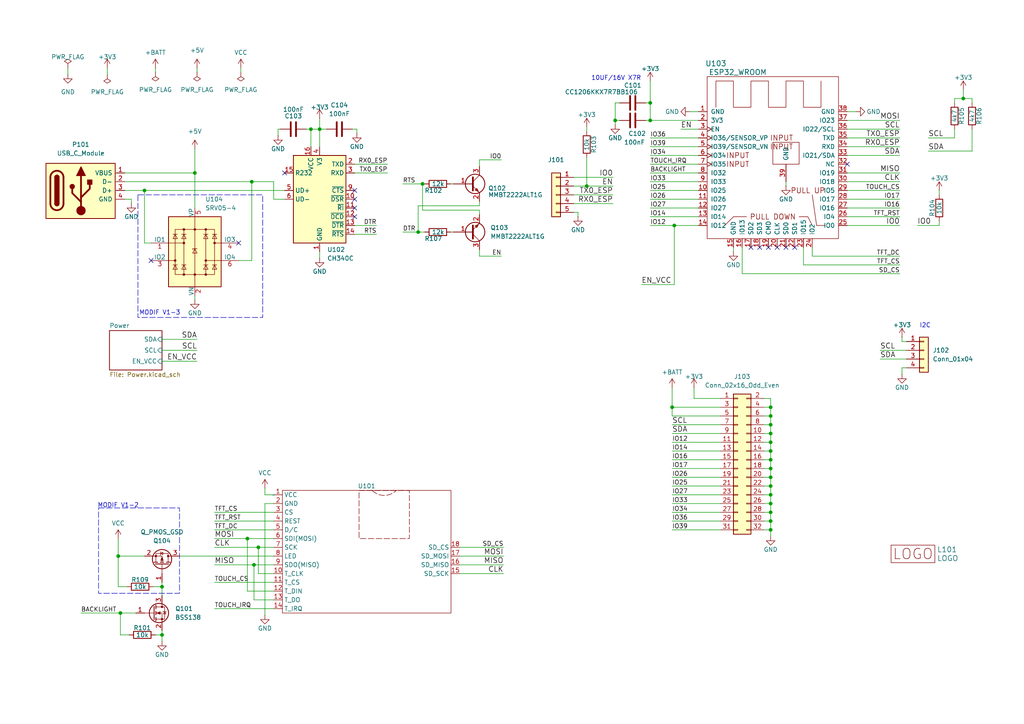
<source format=kicad_sch>
(kicad_sch (version 20231120) (generator "eeschema") (generator_version "8.0")
  (paper "A4")
  (title_block (title "TFT 2.8\" ESP32") (date "2025-01-08") (rev "V1-3") (company "Electronqiue Création") (comment 1 "modification broche LED du TFT"))
  (lib_symbols
    (symbol "Connector_Generic:Conn_01x04" (pin_names (offset 1.016) hide)
      (property "Reference" "J" (at 0 5.08 0))
      (property "Value" "Conn_01x04" (at 0 -7.62 0))
      (symbol "Conn_01x04_1_1"
        (pin passive line (at -5.08 2.54 0) (length 3.81) (name "Pin_1") (number "1"))
        (pin passive line (at -5.08 0 0) (length 3.81) (name "Pin_2") (number "2"))
        (pin passive line (at -5.08 -2.54 0) (length 3.81) (name "Pin_3") (number "3"))
        (pin passive line (at -5.08 -5.08 0) (length 3.81) (name "Pin_4") (number "4"))
      )
    )
    (symbol "Connector_Generic:Conn_01x05" (pin_names (offset 1.016) hide)
      (property "Reference" "J" (at 0 7.62 0))
      (property "Value" "Conn_01x05" (at 0 -7.62 0))
      (symbol "Conn_01x05_1_1"
        (pin passive line (at -5.08 5.08 0) (length 3.81) (name "Pin_1") (number "1"))
        (pin passive line (at -5.08 2.54 0) (length 3.81) (name "Pin_2") (number "2"))
        (pin passive line (at -5.08 0 0) (length 3.81) (name "Pin_3") (number "3"))
        (pin passive line (at -5.08 -2.54 0) (length 3.81) (name "Pin_4") (number "4"))
        (pin passive line (at -5.08 -5.08 0) (length 3.81) (name "Pin_5") (number "5"))
      )
    )
    (symbol "Connector_Generic:Conn_02x16_Odd_Even" (pin_names (offset 1.016) hide)
      (property "Reference" "J" (at 1.27 20.32 0))
      (property "Value" "Conn_02x16_Odd_Even" (at 1.27 -22.86 0))
      (symbol "Conn_02x16_Odd_Even_1_1"
        (pin passive line (at -5.08 17.78 0) (length 3.81) (name "Pin_1") (number "1"))
        (pin passive line (at 7.62 7.62 180) (length 3.81) (name "Pin_10") (number "10"))
        (pin passive line (at -5.08 5.08 0) (length 3.81) (name "Pin_11") (number "11"))
        (pin passive line (at 7.62 5.08 180) (length 3.81) (name "Pin_12") (number "12"))
        (pin passive line (at -5.08 2.54 0) (length 3.81) (name "Pin_13") (number "13"))
        (pin passive line (at 7.62 2.54 180) (length 3.81) (name "Pin_14") (number "14"))
        (pin passive line (at -5.08 0 0) (length 3.81) (name "Pin_15") (number "15"))
        (pin passive line (at 7.62 0 180) (length 3.81) (name "Pin_16") (number "16"))
        (pin passive line (at -5.08 -2.54 0) (length 3.81) (name "Pin_17") (number "17"))
        (pin passive line (at 7.62 -2.54 180) (length 3.81) (name "Pin_18") (number "18"))
        (pin passive line (at -5.08 -5.08 0) (length 3.81) (name "Pin_19") (number "19"))
        (pin passive line (at 7.62 17.78 180) (length 3.81) (name "Pin_2") (number "2"))
        (pin passive line (at 7.62 -5.08 180) (length 3.81) (name "Pin_20") (number "20"))
        (pin passive line (at -5.08 -7.62 0) (length 3.81) (name "Pin_21") (number "21"))
        (pin passive line (at 7.62 -7.62 180) (length 3.81) (name "Pin_22") (number "22"))
        (pin passive line (at -5.08 -10.16 0) (length 3.81) (name "Pin_23") (number "23"))
        (pin passive line (at 7.62 -10.16 180) (length 3.81) (name "Pin_24") (number "24"))
        (pin passive line (at -5.08 -12.7 0) (length 3.81) (name "Pin_25") (number "25"))
        (pin passive line (at 7.62 -12.7 180) (length 3.81) (name "Pin_26") (number "26"))
        (pin passive line (at -5.08 -15.24 0) (length 3.81) (name "Pin_27") (number "27"))
        (pin passive line (at 7.62 -15.24 180) (length 3.81) (name "Pin_28") (number "28"))
        (pin passive line (at -5.08 -17.78 0) (length 3.81) (name "Pin_29") (number "29"))
        (pin passive line (at -5.08 15.24 0) (length 3.81) (name "Pin_3") (number "3"))
        (pin passive line (at 7.62 -17.78 180) (length 3.81) (name "Pin_30") (number "30"))
        (pin passive line (at -5.08 -20.32 0) (length 3.81) (name "Pin_31") (number "31"))
        (pin passive line (at 7.62 -20.32 180) (length 3.81) (name "Pin_32") (number "32"))
        (pin passive line (at 7.62 15.24 180) (length 3.81) (name "Pin_4") (number "4"))
        (pin passive line (at -5.08 12.7 0) (length 3.81) (name "Pin_5") (number "5"))
        (pin passive line (at 7.62 12.7 180) (length 3.81) (name "Pin_6") (number "6"))
        (pin passive line (at -5.08 10.16 0) (length 3.81) (name "Pin_7") (number "7"))
        (pin passive line (at 7.62 10.16 180) (length 3.81) (name "Pin_8") (number "8"))
        (pin passive line (at -5.08 7.62 0) (length 3.81) (name "Pin_9") (number "9"))
      )
    )
    (symbol "Device:C" (pin_numbers hide) (pin_names (offset 0.254))
      (property "Reference" "C" (at 0.635 2.54 0))
      (property "Value" "C" (at 0.635 -2.54 0))
      (symbol "C_1_1"
        (pin passive line (at 0 3.81 270) (length 2.794) (name "~") (number "1"))
        (pin passive line (at 0 -3.81 90) (length 2.794) (name "~") (number "2"))
      )
    )
    (symbol "Device:Q_NPN_BEC" (pin_names (offset 0) hide)
      (property "Reference" "Q" (at 5.08 1.27 0))
      (property "Value" "Q_NPN_BEC" (at 5.08 -1.27 0))
      (symbol "Q_NPN_BEC_1_1"
        (pin input line (at -5.08 0 0) (length 5.715) (name "B") (number "1"))
        (pin passive line (at 2.54 -5.08 90) (length 2.54) (name "E") (number "2"))
        (pin passive line (at 2.54 5.08 270) (length 2.54) (name "C") (number "3"))
      )
    )
    (symbol "Device:Q_PMOS_GSD" (pin_names (offset 0) hide)
      (property "Reference" "Q" (at 5.08 1.27 0))
      (property "Value" "Q_PMOS_GSD" (at 5.08 -1.27 0))
      (symbol "Q_PMOS_GSD_1_1"
        (pin input line (at -5.08 0 0) (length 2.54) (name "G") (number "1"))
        (pin passive line (at 2.54 -5.08 90) (length 2.54) (name "S") (number "2"))
        (pin passive line (at 2.54 5.08 270) (length 2.54) (name "D") (number "3"))
      )
    )
    (symbol "Device:R" (pin_numbers hide) (pin_names (offset 0))
      (property "Reference" "R" (at 2.032 0 90))
      (property "Value" "R" (at 0 0 90))
      (symbol "R_1_1"
        (pin passive line (at 0 3.81 270) (length 1.27) (name "~") (number "1"))
        (pin passive line (at 0 -3.81 90) (length 1.27) (name "~") (number "2"))
      )
    )
    (symbol "Interface_USB:CH340C"
      (property "Reference" "U" (at -5.08 13.97 0))
      (property "Value" "CH340C" (at 1.27 13.97 0))
      (symbol "CH340C_1_1"
        (pin power_in line (at 0 -15.24 90) (length 2.54) (name "GND") (number "1"))
        (pin input line (at 10.16 0 180) (length 2.54) (name "~{DSR}") (number "10"))
        (pin input line (at 10.16 -2.54 180) (length 2.54) (name "~{RI}") (number "11"))
        (pin input line (at 10.16 -5.08 180) (length 2.54) (name "~{DCD}") (number "12"))
        (pin output line (at 10.16 -7.62 180) (length 2.54) (name "~{DTR}") (number "13"))
        (pin output line (at 10.16 -10.16 180) (length 2.54) (name "~{RTS}") (number "14"))
        (pin input line (at -10.16 7.62 0) (length 2.54) (name "R232") (number "15"))
        (pin power_in line (at -2.54 15.24 270) (length 2.54) (name "VCC") (number "16"))
        (pin output line (at 10.16 10.16 180) (length 2.54) (name "TXD") (number "2"))
        (pin input line (at 10.16 7.62 180) (length 2.54) (name "RXD") (number "3"))
        (pin power_out line (at 0 15.24 270) (length 2.54) (name "V3") (number "4"))
        (pin bidirectional line (at -10.16 2.54 0) (length 2.54) (name "UD+") (number "5"))
        (pin bidirectional line (at -10.16 0 0) (length 2.54) (name "UD-") (number "6"))
        (pin no_connect line (at -7.62 -5.08 0) (length 2.54) hide (name "NC") (number "7"))
        (pin no_connect line (at -7.62 -7.62 0) (length 2.54) hide (name "NC") (number "8"))
        (pin input line (at 10.16 2.54 180) (length 2.54) (name "~{CTS}") (number "9"))
      )
    )
    (symbol "Luc_Kicad6:LOGO" (pin_names (offset 1.016))
      (property "Reference" "L" (at 1.27 8.89 0))
      (property "Value" "LOGO" (at 3.81 6.35 0))
      (symbol "LOGO_0_0"
        (text "LOGO" (at 6.35 2.54 0) (effects (font (size 2.9972 2.9972))))
      )
    )
    (symbol "Luc_Kicad6:USB_C_Module" (pin_names (offset 1.016))
      (property "Reference" "P" (at -10.414 9.652 0))
      (property "Value" "USB_C_Module" (at 16.002 9.652 0))
      (symbol "USB_C_Module_1_1"
        (pin passive line (at 12.7 5.08 180) (length 2.54) (name "VBUS") (number "1"))
        (pin passive line (at 12.7 2.54 180) (length 2.54) (name "D-") (number "2"))
        (pin passive line (at 12.7 0 180) (length 2.54) (name "D+") (number "3"))
        (pin passive line (at 12.7 -2.54 180) (length 2.54) (name "GND") (number "4"))
      )
    )
    (symbol "Luc_Kicad:ESP32_WROOM" (pin_names (offset 1.016))
      (property "Reference" "U" (at 5.08 13.97 0))
      (property "Value" "ESP32_WROOM" (at 11.43 11.43 0))
      (symbol "ESP32_WROOM_0_0"
        (text "INPUT" (at 11.43 -15.24 0) (effects (font (size 1.524 1.524))))
        (text "INPUT" (at 11.43 -12.7 0) (effects (font (size 1.524 1.524))))
        (text "INPUT" (at 24.13 -10.16 0) (effects (font (size 1.524 1.524))))
        (text "INPUT" (at 24.13 -7.62 0) (effects (font (size 1.524 1.524))))
        (text "PULL DOWN" (at 21.59 -30.48 0) (effects (font (size 1.524 1.524))))
        (text "PULL UP" (at 31.75 -22.86 0) (effects (font (size 1.524 1.524))))
      )
      (symbol "ESP32_WROOM_1_1"
        (pin passive line (at 0 0 0) (length 2.54) (name "GND") (number "1"))
        (pin passive line (at 0 -22.86 0) (length 2.54) (name "IO25") (number "10"))
        (pin passive line (at 0 -25.4 0) (length 2.54) (name "IO26") (number "11"))
        (pin passive line (at 0 -27.94 0) (length 2.54) (name "IO27") (number "12"))
        (pin passive line (at 0 -30.48 0) (length 2.54) (name "IO14") (number "13"))
        (pin passive line (at 0 -33.02 0) (length 2.54) (name "IO12") (number "14"))
        (pin passive line (at 10.16 -39.37 90) (length 2.54) (name "GND") (number "15"))
        (pin passive line (at 12.7 -39.37 90) (length 2.54) (name "IO13") (number "16"))
        (pin passive line (at 15.24 -39.37 90) (length 2.54) (name "SD2") (number "17"))
        (pin passive line (at 17.78 -39.37 90) (length 2.54) (name "SD3") (number "18"))
        (pin passive line (at 20.32 -39.37 90) (length 2.54) (name "CMD") (number "19"))
        (pin passive line (at 0 -2.54 0) (length 2.54) (name "3V3") (number "2"))
        (pin passive line (at 22.86 -39.37 90) (length 2.54) (name "CLK") (number "20"))
        (pin passive line (at 25.4 -39.37 90) (length 2.54) (name "SD0") (number "21"))
        (pin passive line (at 27.94 -39.37 90) (length 2.54) (name "SD1") (number "22"))
        (pin passive line (at 30.48 -39.37 90) (length 2.54) (name "IO15") (number "23"))
        (pin passive line (at 33.02 -39.37 90) (length 2.54) (name "IO2") (number "24"))
        (pin passive line (at 43.18 -33.02 180) (length 2.54) (name "IO0") (number "25"))
        (pin passive line (at 43.18 -30.48 180) (length 2.54) (name "IO4") (number "26"))
        (pin passive line (at 43.18 -27.94 180) (length 2.54) (name "IO16") (number "27"))
        (pin passive line (at 43.18 -25.4 180) (length 2.54) (name "IO17") (number "28"))
        (pin passive line (at 43.18 -22.86 180) (length 2.54) (name "IO5") (number "29"))
        (pin passive clock (at 0 -5.08 0) (length 2.54) (name "EN") (number "3"))
        (pin passive line (at 43.18 -20.32 180) (length 2.54) (name "IO18") (number "30"))
        (pin passive line (at 43.18 -17.78 180) (length 2.54) (name "IO19") (number "31"))
        (pin passive line (at 43.18 -15.24 180) (length 2.54) (name "NC") (number "32"))
        (pin passive line (at 43.18 -12.7 180) (length 2.54) (name "IO21/SDA") (number "33"))
        (pin passive line (at 43.18 -10.16 180) (length 2.54) (name "RXD") (number "34"))
        (pin passive line (at 43.18 -7.62 180) (length 2.54) (name "TXD") (number "35"))
        (pin passive line (at 43.18 -5.08 180) (length 2.54) (name "IO22/SCL") (number "36"))
        (pin passive line (at 43.18 -2.54 180) (length 2.54) (name "IO23") (number "37"))
        (pin passive line (at 43.18 0 180) (length 2.54) (name "GND") (number "38"))
        (pin input line (at 25.4 -20.32 90) (length 5.08) (name "GND") (number "39"))
        (pin passive clock (at 0 -7.62 0) (length 2.54) (name "IO36/SENSOR_VP") (number "4"))
        (pin passive clock (at 0 -10.16 0) (length 2.54) (name "IO39/SENSOR_VN") (number "5"))
        (pin passive clock (at 0 -12.7 0) (length 2.54) (name "IO34") (number "6"))
        (pin passive clock (at 0 -15.24 0) (length 2.54) (name "IO35") (number "7"))
        (pin passive line (at 0 -17.78 0) (length 2.54) (name "IO32") (number "8"))
        (pin passive line (at 0 -20.32 0) (length 2.54) (name "IO33") (number "9"))
      )
    )
    (symbol "Luc_KicadV6:EcranTFT28"
      (property "Reference" "U" (at 3.175 5.08 0))
      (symbol "EcranTFT28_1_1"
        (pin passive line (at 0 0 0) (length 2.54) (name "VCC") (number "1"))
        (pin passive line (at 0 -22.86 0) (length 2.54) (name "T_CLK") (number "10"))
        (pin passive line (at 0 -25.4 0) (length 2.54) (name "T_CS") (number "11"))
        (pin passive line (at 0 -27.94 0) (length 2.54) (name "T_DIN") (number "12"))
        (pin passive line (at 0 -30.48 0) (length 2.54) (name "T_DO") (number "13"))
        (pin passive line (at 0 -33.02 0) (length 2.54) (name "T_IRQ") (number "14"))
        (pin passive line (at 53.975 -22.86 180) (length 2.54) (name "SD_SCK") (number "15"))
        (pin passive line (at 53.975 -20.32 180) (length 2.54) (name "SD_MISO") (number "16"))
        (pin passive line (at 53.975 -17.78 180) (length 2.54) (name "SD_MOSI") (number "17"))
        (pin passive line (at 53.975 -15.24 180) (length 2.54) (name "SD_CS") (number "18"))
        (pin passive line (at 0 -2.54 0) (length 2.54) (name "GND") (number "2"))
        (pin passive line (at 0 -5.08 0) (length 2.54) (name "CS") (number "3"))
        (pin passive line (at 0 -7.62 0) (length 2.54) (name "REST") (number "4"))
        (pin passive line (at 0 -10.16 0) (length 2.54) (name "D/C") (number "5"))
        (pin passive line (at 0 -12.7 0) (length 2.54) (name "SDI(MOSI)") (number "6"))
        (pin passive line (at 0 -15.24 0) (length 2.54) (name "SCK") (number "7"))
        (pin passive line (at 0 -17.78 0) (length 2.54) (name "LED") (number "8"))
        (pin passive line (at 0 -20.32 0) (length 2.54) (name "SDO(MISO)") (number "9"))
      )
    )
    (symbol "Power_Protection:SRV05-4" (pin_names (offset 0))
      (property "Reference" "U" (at -5.08 11.43 0))
      (property "Value" "SRV05-4" (at 2.54 11.43 0))
      (symbol "SRV05-4_1_1"
        (pin passive line (at -12.7 2.54 0) (length 5.08) (name "IO1") (number "1"))
        (pin passive line (at 0 -12.7 90) (length 2.54) (name "VN") (number "2"))
        (pin passive line (at -12.7 -2.54 0) (length 5.08) (name "IO2") (number "3"))
        (pin passive line (at 12.7 2.54 180) (length 5.08) (name "IO3") (number "4"))
        (pin passive line (at 0 12.7 270) (length 2.54) (name "VP") (number "5"))
        (pin passive line (at 12.7 -2.54 180) (length 5.08) (name "IO4") (number "6"))
      )
    )
    (symbol "Transistor_FET:BSS138" (pin_names hide)
      (property "Reference" "Q" (at 5.08 1.905 0))
      (property "Value" "BSS138" (at 5.08 0 0))
      (symbol "BSS138_1_1"
        (pin input line (at -5.08 0 0) (length 2.54) (name "G") (number "1"))
        (pin passive line (at 2.54 -5.08 90) (length 2.54) (name "S") (number "2"))
        (pin passive line (at 2.54 5.08 270) (length 2.54) (name "D") (number "3"))
      )
    )
    (symbol "power:+3V3" (power) (pin_numbers hide) (pin_names (offset 0) hide)
      (property "Value" "+3V3" (at 0 3.556 0))
      (symbol "+3V3_1_1"
        (pin power_in line (at 0 0 90) (length 0) (name "~") (number "1"))
      )
    )
    (symbol "power:+5V" (power) (pin_numbers hide) (pin_names (offset 0) hide)
      (property "Value" "+5V" (at 0 3.556 0))
      (symbol "+5V_1_1"
        (pin power_in line (at 0 0 90) (length 0) (name "~") (number "1"))
      )
    )
    (symbol "power:+BATT" (power) (pin_numbers hide) (pin_names (offset 0) hide)
      (property "Value" "+BATT" (at 0 3.556 0))
      (symbol "+BATT_1_1"
        (pin power_in line (at 0 0 90) (length 0) (name "~") (number "1"))
      )
    )
    (symbol "power:GND" (power) (pin_numbers hide) (pin_names (offset 0) hide)
      (property "Value" "GND" (at 0 -3.81 0))
      (symbol "GND_1_1"
        (pin power_in line (at 0 0 270) (length 0) (name "~") (number "1"))
      )
    )
    (symbol "power:PWR_FLAG" (power) (pin_numbers hide) (pin_names (offset 0) hide)
      (property "Value" "PWR_FLAG" (at 0 3.81 0))
      (symbol "PWR_FLAG_0_0"
        (pin power_out line (at 0 0 90) (length 0) (name "~") (number "1"))
      )
    )
    (symbol "power:VCC" (power) (pin_numbers hide) (pin_names (offset 0) hide)
      (property "Value" "VCC" (at 0 3.556 0))
      (symbol "VCC_1_1"
        (pin power_in line (at 0 0 90) (length 0) (name "~") (number "1"))
      )
    )
  )
  (junction (at 71.755 156.21))
  (junction (at 223.52 146.05))
  (junction (at 178.435 34.925))
  (junction (at 279.4 28.575))
  (junction (at 223.52 133.35))
  (junction (at 170.18 53.975))
  (junction (at 223.52 120.65))
  (junction (at 46.99 184.15))
  (junction (at 122.555 53.34))
  (junction (at 34.29 161.29))
  (junction (at 194.945 118.11))
  (junction (at 56.515 50.165))
  (junction (at 223.52 148.59))
  (junction (at 90.17 37.465))
  (junction (at 223.52 135.89))
  (junction (at 34.925 177.8))
  (junction (at 223.52 125.73))
  (junction (at 92.71 37.465))
  (junction (at 223.52 153.67))
  (junction (at 41.91 55.245))
  (junction (at 223.52 140.97))
  (junction (at 73.66 163.83))
  (junction (at 223.52 118.11))
  (junction (at 223.52 151.13))
  (junction (at 73.025 52.705))
  (junction (at 223.52 128.27))
  (junction (at 223.52 130.81))
  (junction (at 74.93 158.75))
  (junction (at 46.99 170.18))
  (junction (at 223.52 138.43))
  (junction (at 195.58 65.405))
  (junction (at 223.52 123.19))
  (junction (at 188.595 29.845))
  (junction (at 121.285 67.31))
  (junction (at 188.595 34.925))
  (junction (at 223.52 143.51))
  (no_connect (at 220.345 71.755))
  (no_connect (at 82.55 50.165))
  (no_connect (at 102.87 62.865))
  (no_connect (at 222.885 71.755))
  (no_connect (at 102.87 55.245))
  (no_connect (at 217.805 71.755))
  (no_connect (at 69.215 70.485))
  (no_connect (at 227.965 71.755))
  (no_connect (at 102.87 57.785))
  (no_connect (at 102.87 60.325))
  (no_connect (at 245.745 47.625))
  (no_connect (at 43.815 75.565))
  (no_connect (at 225.425 71.755))
  (no_connect (at 230.505 71.755))
  (wire (pts (xy 261.62 97.79) (xy 261.62 99.06)))
  (wire (pts (xy 178.435 29.845) (xy 179.705 29.845)))
  (wire (pts (xy 73.66 163.83) (xy 79.375 163.83)))
  (wire (pts (xy 223.52 151.13) (xy 223.52 148.59)))
  (wire (pts (xy 178.435 29.845) (xy 178.435 34.925)))
  (wire (pts (xy 46.99 98.425) (xy 57.15 98.425)))
  (wire (pts (xy 92.71 73.025) (xy 92.71 74.93)))
  (wire (pts (xy 194.945 153.67) (xy 208.915 153.67)))
  (wire (pts (xy 46.99 184.15) (xy 46.99 186.055)))
  (wire (pts (xy 46.99 182.88) (xy 46.99 184.15)))
  (wire (pts (xy 73.66 163.83) (xy 73.66 173.99)))
  (wire (pts (xy 195.58 65.405) (xy 202.565 65.405)))
  (wire (pts (xy 221.615 125.73) (xy 223.52 125.73)))
  (wire (pts (xy 223.52 155.575) (xy 223.52 153.67)))
  (wire (pts (xy 56.515 50.165) (xy 36.195 50.165)))
  (wire (pts (xy 122.555 53.34) (xy 123.19 53.34)))
  (wire (pts (xy 188.595 34.925) (xy 202.565 34.925)))
  (wire (pts (xy 223.52 123.19) (xy 223.52 125.73)))
  (wire (pts (xy 130.81 67.31) (xy 131.445 67.31)))
  (wire (pts (xy 194.945 130.81) (xy 208.915 130.81)))
  (wire (pts (xy 194.945 140.97) (xy 208.915 140.97)))
  (wire (pts (xy 102.87 67.945) (xy 109.22 67.945)))
  (wire (pts (xy 36.195 57.785) (xy 38.1 57.785)))
  (wire (pts (xy 221.615 133.35) (xy 223.52 133.35)))
  (wire (pts (xy 79.375 52.705) (xy 73.025 52.705)))
  (wire (pts (xy 62.23 151.13) (xy 79.375 151.13)))
  (wire (pts (xy 167.64 61.595) (xy 167.64 62.865)))
  (wire (pts (xy 281.94 28.575) (xy 281.94 29.845)))
  (wire (pts (xy 261.62 99.06) (xy 262.89 99.06)))
  (wire (pts (xy 178.435 34.925) (xy 178.435 36.195)))
  (wire (pts (xy 235.585 74.295) (xy 260.985 74.295)))
  (wire (pts (xy 74.93 166.37) (xy 79.375 166.37)))
  (wire (pts (xy 88.9 37.465) (xy 90.17 37.465)))
  (wire (pts (xy 194.945 118.11) (xy 208.915 118.11)))
  (wire (pts (xy 62.23 156.21) (xy 71.755 156.21)))
  (wire (pts (xy 92.71 34.29) (xy 92.71 37.465)))
  (wire (pts (xy 41.91 70.485) (xy 41.91 55.245)))
  (wire (pts (xy 38.1 57.785) (xy 38.1 59.055)))
  (wire (pts (xy 221.615 140.97) (xy 223.52 140.97)))
  (wire (pts (xy 145.415 46.355) (xy 139.065 46.355)))
  (wire (pts (xy 212.725 73.025) (xy 212.725 71.755)))
  (wire (pts (xy 69.85 19.685) (xy 69.85 20.955)))
  (wire (pts (xy 121.285 59.69) (xy 121.285 67.31)))
  (wire (pts (xy 103.505 37.465) (xy 103.505 38.735)))
  (wire (pts (xy 223.52 130.81) (xy 223.52 133.35)))
  (wire (pts (xy 102.87 50.165) (xy 112.395 50.165)))
  (wire (pts (xy 56.515 85.725) (xy 56.515 86.995)))
  (wire (pts (xy 223.52 120.65) (xy 223.52 123.19)))
  (wire (pts (xy 195.58 65.405) (xy 195.58 82.55)))
  (wire (pts (xy 62.23 168.91) (xy 79.375 168.91)))
  (wire (pts (xy 79.375 57.785) (xy 79.375 52.705)))
  (wire (pts (xy 221.615 130.81) (xy 223.52 130.81)))
  (wire (pts (xy 269.24 40.005) (xy 276.86 40.005)))
  (wire (pts (xy 215.265 79.375) (xy 215.265 71.755)))
  (wire (pts (xy 188.595 57.785) (xy 202.565 57.785)))
  (wire (pts (xy 279.4 28.575) (xy 281.94 28.575)))
  (wire (pts (xy 233.045 76.835) (xy 260.985 76.835)))
  (wire (pts (xy 71.755 156.21) (xy 79.375 156.21)))
  (wire (pts (xy 276.86 28.575) (xy 279.4 28.575)))
  (wire (pts (xy 194.945 138.43) (xy 208.915 138.43)))
  (wire (pts (xy 245.745 55.245) (xy 260.985 55.245)))
  (wire (pts (xy 245.745 40.005) (xy 260.985 40.005)))
  (wire (pts (xy 90.17 37.465) (xy 90.17 42.545)))
  (wire (pts (xy 139.065 58.42) (xy 139.065 59.69)))
  (wire (pts (xy 166.37 61.595) (xy 167.64 61.595)))
  (wire (pts (xy 223.52 153.67) (xy 223.52 151.13)))
  (wire (pts (xy 102.87 47.625) (xy 112.395 47.625)))
  (wire (pts (xy 260.985 52.705) (xy 245.745 52.705)))
  (wire (pts (xy 62.23 176.53) (xy 79.375 176.53)))
  (wire (pts (xy 90.17 37.465) (xy 92.71 37.465)))
  (wire (pts (xy 245.745 57.785) (xy 260.985 57.785)))
  (wire (pts (xy 245.745 32.385) (xy 248.285 32.385)))
  (wire (pts (xy 43.815 70.485) (xy 41.91 70.485)))
  (wire (pts (xy 188.595 40.005) (xy 202.565 40.005)))
  (wire (pts (xy 186.055 82.55) (xy 195.58 82.55)))
  (wire (pts (xy 221.615 123.19) (xy 223.52 123.19)))
  (wire (pts (xy 122.555 60.96) (xy 122.555 53.34)))
  (wire (pts (xy 139.065 72.39) (xy 139.065 74.295)))
  (wire (pts (xy 116.84 67.31) (xy 121.285 67.31)))
  (wire (pts (xy 221.615 118.11) (xy 223.52 118.11)))
  (wire (pts (xy 45.085 19.685) (xy 45.085 20.955)))
  (wire (pts (xy 233.045 76.835) (xy 233.045 71.755)))
  (wire (pts (xy 139.065 60.96) (xy 122.555 60.96)))
  (wire (pts (xy 223.52 148.59) (xy 223.52 146.05)))
  (wire (pts (xy 46.99 101.6) (xy 57.15 101.6)))
  (wire (pts (xy 34.29 170.18) (xy 34.29 161.29)))
  (wire (pts (xy 235.585 74.295) (xy 235.585 71.755)))
  (wire (pts (xy 260.985 45.085) (xy 245.745 45.085)))
  (wire (pts (xy 208.915 123.19) (xy 194.945 123.19)))
  (wire (pts (xy 188.595 42.545) (xy 202.565 42.545)))
  (wire (pts (xy 74.93 158.75) (xy 79.375 158.75)))
  (wire (pts (xy 221.615 115.57) (xy 223.52 115.57)))
  (wire (pts (xy 139.065 62.23) (xy 139.065 60.96)))
  (wire (pts (xy 46.99 104.775) (xy 57.15 104.775)))
  (wire (pts (xy 223.52 125.73) (xy 223.52 128.27)))
  (wire (pts (xy 221.615 148.59) (xy 223.52 148.59)))
  (wire (pts (xy 36.83 170.18) (xy 34.29 170.18)))
  (wire (pts (xy 133.35 161.29) (xy 146.05 161.29)))
  (wire (pts (xy 223.52 118.11) (xy 223.52 120.65)))
  (wire (pts (xy 221.615 128.27) (xy 223.52 128.27)))
  (wire (pts (xy 194.945 135.89) (xy 208.915 135.89)))
  (wire (pts (xy 194.945 125.73) (xy 208.915 125.73)))
  (wire (pts (xy 102.235 37.465) (xy 103.505 37.465)))
  (wire (pts (xy 276.86 40.005) (xy 276.86 37.465)))
  (wire (pts (xy 76.835 146.05) (xy 79.375 146.05)))
  (wire (pts (xy 45.085 184.15) (xy 46.99 184.15)))
  (wire (pts (xy 80.645 39.37) (xy 80.645 37.465)))
  (wire (pts (xy 73.66 173.99) (xy 79.375 173.99)))
  (wire (pts (xy 261.62 108.585) (xy 261.62 106.68)))
  (wire (pts (xy 41.91 55.245) (xy 82.55 55.245)))
  (wire (pts (xy 74.93 158.75) (xy 74.93 166.37)))
  (wire (pts (xy 62.23 148.59) (xy 79.375 148.59)))
  (wire (pts (xy 194.945 133.35) (xy 208.915 133.35)))
  (wire (pts (xy 92.71 37.465) (xy 92.71 42.545)))
  (wire (pts (xy 188.595 65.405) (xy 195.58 65.405)))
  (wire (pts (xy 223.52 140.97) (xy 223.52 138.43)))
  (wire (pts (xy 223.52 146.05) (xy 223.52 143.51)))
  (wire (pts (xy 166.37 59.055) (xy 177.8 59.055)))
  (wire (pts (xy 34.925 184.15) (xy 34.925 177.8)))
  (wire (pts (xy 170.18 53.975) (xy 177.8 53.975)))
  (wire (pts (xy 187.325 29.845) (xy 188.595 29.845)))
  (wire (pts (xy 34.29 161.29) (xy 41.91 161.29)))
  (wire (pts (xy 82.55 57.785) (xy 79.375 57.785)))
  (wire (pts (xy 46.99 168.91) (xy 46.99 170.18)))
  (wire (pts (xy 194.945 146.05) (xy 208.915 146.05)))
  (wire (pts (xy 260.985 34.925) (xy 245.745 34.925)))
  (wire (pts (xy 194.945 143.51) (xy 208.915 143.51)))
  (wire (pts (xy 269.24 43.815) (xy 281.94 43.815)))
  (wire (pts (xy 261.62 106.68) (xy 262.89 106.68)))
  (wire (pts (xy 187.325 34.925) (xy 188.595 34.925)))
  (wire (pts (xy 62.23 158.75) (xy 74.93 158.75)))
  (wire (pts (xy 179.705 34.925) (xy 178.435 34.925)))
  (wire (pts (xy 194.945 151.13) (xy 208.915 151.13)))
  (wire (pts (xy 71.755 156.21) (xy 71.755 171.45)))
  (wire (pts (xy 62.23 163.83) (xy 73.66 163.83)))
  (wire (pts (xy 245.745 37.465) (xy 260.985 37.465)))
  (wire (pts (xy 56.515 43.18) (xy 56.515 50.165)))
  (wire (pts (xy 145.415 74.295) (xy 139.065 74.295)))
  (wire (pts (xy 188.595 50.165) (xy 202.565 50.165)))
  (wire (pts (xy 223.52 138.43) (xy 223.52 135.89)))
  (wire (pts (xy 255.27 101.6) (xy 262.89 101.6)))
  (wire (pts (xy 281.94 43.815) (xy 281.94 37.465)))
  (wire (pts (xy 194.945 112.395) (xy 194.945 118.11)))
  (wire (pts (xy 79.375 161.29) (xy 52.07 161.29)))
  (wire (pts (xy 34.925 177.8) (xy 39.37 177.8)))
  (wire (pts (xy 194.945 120.65) (xy 194.945 118.11)))
  (wire (pts (xy 56.515 50.165) (xy 56.515 60.325)))
  (wire (pts (xy 223.52 143.51) (xy 223.52 140.97)))
  (wire (pts (xy 260.985 42.545) (xy 245.745 42.545)))
  (wire (pts (xy 23.495 177.8) (xy 34.925 177.8)))
  (wire (pts (xy 34.29 156.21) (xy 34.29 161.29)))
  (wire (pts (xy 279.4 26.035) (xy 279.4 28.575)))
  (wire (pts (xy 276.86 29.845) (xy 276.86 28.575)))
  (wire (pts (xy 272.415 55.245) (xy 272.415 56.515)))
  (wire (pts (xy 133.35 163.83) (xy 146.05 163.83)))
  (wire (pts (xy 223.52 135.89) (xy 223.52 133.35)))
  (wire (pts (xy 197.485 37.465) (xy 202.565 37.465)))
  (wire (pts (xy 69.215 75.565) (xy 73.025 75.565)))
  (wire (pts (xy 221.615 135.89) (xy 223.52 135.89)))
  (wire (pts (xy 133.35 158.75) (xy 146.05 158.75)))
  (wire (pts (xy 194.945 148.59) (xy 208.915 148.59)))
  (wire (pts (xy 245.745 50.165) (xy 260.985 50.165)))
  (wire (pts (xy 170.18 36.83) (xy 170.18 38.1)))
  (wire (pts (xy 130.81 53.34) (xy 131.445 53.34)))
  (wire (pts (xy 188.595 29.845) (xy 188.595 34.925)))
  (wire (pts (xy 73.025 75.565) (xy 73.025 52.705)))
  (wire (pts (xy 201.295 112.395) (xy 201.295 115.57)))
  (wire (pts (xy 245.745 60.325) (xy 260.985 60.325)))
  (wire (pts (xy 73.025 52.705) (xy 36.195 52.705)))
  (wire (pts (xy 139.065 59.69) (xy 121.285 59.69)))
  (wire (pts (xy 221.615 146.05) (xy 223.52 146.05)))
  (wire (pts (xy 188.595 60.325) (xy 202.565 60.325)))
  (wire (pts (xy 76.835 141.605) (xy 76.835 143.51)))
  (wire (pts (xy 177.8 56.515) (xy 166.37 56.515)))
  (wire (pts (xy 266.065 65.405) (xy 272.415 65.405)))
  (wire (pts (xy 166.37 53.975) (xy 170.18 53.975)))
  (wire (pts (xy 260.985 65.405) (xy 245.745 65.405)))
  (wire (pts (xy 188.595 23.495) (xy 188.595 29.845)))
  (wire (pts (xy 36.195 55.245) (xy 41.91 55.245)))
  (wire (pts (xy 19.685 19.685) (xy 19.685 21.59)))
  (wire (pts (xy 44.45 170.18) (xy 46.99 170.18)))
  (wire (pts (xy 170.18 45.72) (xy 170.18 53.975)))
  (wire (pts (xy 166.37 51.435) (xy 177.8 51.435)))
  (wire (pts (xy 255.27 104.14) (xy 262.89 104.14)))
  (wire (pts (xy 188.595 55.245) (xy 202.565 55.245)))
  (wire (pts (xy 31.115 19.685) (xy 31.115 21.59)))
  (wire (pts (xy 200.025 32.385) (xy 202.565 32.385)))
  (wire (pts (xy 80.645 37.465) (xy 81.28 37.465)))
  (wire (pts (xy 62.23 153.67) (xy 79.375 153.67)))
  (wire (pts (xy 221.615 153.67) (xy 223.52 153.67)))
  (wire (pts (xy 121.285 67.31) (xy 123.19 67.31)))
  (wire (pts (xy 223.52 128.27) (xy 223.52 130.81)))
  (wire (pts (xy 221.615 138.43) (xy 223.52 138.43)))
  (wire (pts (xy 215.265 79.375) (xy 260.985 79.375)))
  (wire (pts (xy 133.35 166.37) (xy 146.05 166.37)))
  (wire (pts (xy 272.415 64.135) (xy 272.415 65.405)))
  (wire (pts (xy 227.965 53.975) (xy 227.965 52.705)))
  (wire (pts (xy 92.71 37.465) (xy 94.615 37.465)))
  (wire (pts (xy 221.615 120.65) (xy 223.52 120.65)))
  (wire (pts (xy 188.595 45.085) (xy 202.565 45.085)))
  (wire (pts (xy 139.065 48.26) (xy 139.065 46.355)))
  (wire (pts (xy 76.835 143.51) (xy 79.375 143.51)))
  (wire (pts (xy 102.87 65.405) (xy 109.22 65.405)))
  (wire (pts (xy 71.755 171.45) (xy 79.375 171.45)))
  (wire (pts (xy 116.84 53.34) (xy 122.555 53.34)))
  (wire (pts (xy 201.295 115.57) (xy 208.915 115.57)))
  (wire (pts (xy 221.615 151.13) (xy 223.52 151.13)))
  (wire (pts (xy 194.945 128.27) (xy 208.915 128.27)))
  (wire (pts (xy 208.915 120.65) (xy 194.945 120.65)))
  (wire (pts (xy 260.985 62.865) (xy 245.745 62.865)))
  (wire (pts (xy 46.99 170.18) (xy 46.99 172.72)))
  (wire (pts (xy 188.595 47.625) (xy 202.565 47.625)))
  (wire (pts (xy 188.595 62.865) (xy 202.565 62.865)))
  (wire (pts (xy 188.595 52.705) (xy 202.565 52.705)))
  (wire (pts (xy 57.15 19.685) (xy 57.15 20.955)))
  (wire (pts (xy 223.52 115.57) (xy 223.52 118.11)))
  (wire (pts (xy 76.835 178.435) (xy 76.835 146.05)))
  (wire (pts (xy 221.615 143.51) (xy 223.52 143.51)))
  (wire (pts (xy 37.465 184.15) (xy 34.925 184.15)))
  (rectangle (start 40.005 56.515) (end 76.2 92.075) (stroke (width 0) (type dash)))
  (rectangle (start 28.575 147.32) (end 52.07 172.085) (stroke (width 0) (type dash)))
  (text "MODIF V1-2" (at 34.29 146.685 0) (effects (font (size 1.27 1.27))))
  (text "MODIF V1-3" (at 46.355 90.805 0) (effects (font (size 1.27 1.27))))
  (text "10UF/16V X7R" (at 171.45 23.495 0) (effects (font (size 1.27 1.27)) (justify left bottom)))
  (text "I2C" (at 266.7 95.25 0) (effects (font (size 1.27 1.27)) (justify left bottom)))
  (label "MISO" (at 146.05 163.83 180) (effects (font (size 1.524 1.524))))
  (label "TX0_ESP" (at 112.395 50.165 180))
  (label "DTR" (at 116.84 67.31 0))
  (label "IO36" (at 194.945 151.13 0))
  (label "TFT_DC" (at 260.985 74.295 180))
  (label "CLK" (at 260.985 52.705 180) (effects (font (size 1.524 1.524))))
  (label "TOUCH_CS" (at 62.23 168.91 0))
  (label "TFT_RST" (at 260.985 62.865 180))
  (label "IO25" (at 188.595 55.245 0))
  (label "RTS" (at 109.22 67.945 180))
  (label "MISO" (at 62.23 163.83 0) (effects (font (size 1.524 1.524))))
  (label "TOUCH_IRQ" (at 188.595 47.625 0))
  (label "IO39" (at 188.595 42.545 0))
  (label "TFT_CS" (at 62.23 148.59 0))
  (label "SCL" (at 57.15 101.6 180) (effects (font (size 1.524 1.524))))
  (label "SCL" (at 260.985 37.465 180) (effects (font (size 1.524 1.524))))
  (label "IO25" (at 194.945 140.97 0))
  (label "MISO" (at 260.985 50.165 180) (effects (font (size 1.524 1.524))))
  (label "IO33" (at 188.595 52.705 0))
  (label "MOSI" (at 146.05 161.29 180) (effects (font (size 1.524 1.524))))
  (label "EN" (at 177.8 53.975 180) (effects (font (size 1.524 1.524))))
  (label "CLK" (at 146.05 166.37 180) (effects (font (size 1.524 1.524))))
  (label "IO39" (at 194.945 153.67 0))
  (label "IO34" (at 194.945 148.59 0))
  (label "TX0_ESP" (at 177.8 56.515 180) (effects (font (size 1.524 1.524))))
  (label "RX0_ESP" (at 112.395 47.625 180))
  (label "IO16" (at 194.945 133.35 0))
  (label "IO14" (at 188.595 62.865 0))
  (label "SD_CS" (at 260.985 79.375 180))
  (label "SDA" (at 194.945 125.73 0) (effects (font (size 1.524 1.524))))
  (label "EN" (at 145.415 74.295 180))
  (label "SD_CS" (at 146.05 158.75 180))
  (label "IO14" (at 194.945 130.81 0))
  (label "TOUCH_IRQ" (at 62.23 176.53 0))
  (label "SCL" (at 255.27 101.6 0) (effects (font (size 1.524 1.524))))
  (label "CLK" (at 62.23 158.75 0) (effects (font (size 1.524 1.524))))
  (label "BACKLIGHT" (at 23.495 177.8 0))
  (label "IO34" (at 188.595 45.085 0))
  (label "IO33" (at 194.945 146.05 0))
  (label "MOSI" (at 62.23 156.21 0) (effects (font (size 1.524 1.524))))
  (label "IO27" (at 194.945 143.51 0))
  (label "IO17" (at 194.945 135.89 0))
  (label "IO0" (at 266.065 65.405 0) (effects (font (size 1.524 1.524))))
  (label "SCL" (at 194.945 123.19 0) (effects (font (size 1.524 1.524))))
  (label "EN_VCC" (at 186.055 82.55 0) (effects (font (size 1.524 1.524))))
  (label "SDA" (at 255.27 104.14 0) (effects (font (size 1.524 1.524))))
  (label "IO26" (at 194.945 138.43 0))
  (label "IO36" (at 188.595 40.005 0))
  (label "DTR" (at 109.22 65.405 180))
  (label "TFT_CS" (at 260.985 76.835 180))
  (label "IO16" (at 260.985 60.325 180))
  (label "SDA" (at 269.24 43.815 0) (effects (font (size 1.524 1.524))))
  (label "SDA" (at 57.15 98.425 180) (effects (font (size 1.524 1.524))))
  (label "TFT_DC" (at 62.23 153.67 0))
  (label "EN_VCC" (at 57.15 104.775 180) (effects (font (size 1.524 1.524))))
  (label "IO12" (at 194.945 128.27 0))
  (label "TOUCH_CS" (at 260.985 55.245 180))
  (label "IO17" (at 260.985 57.785 180))
  (label "RX0_ESP" (at 177.8 59.055 180) (effects (font (size 1.524 1.524))))
  (label "TFT_RST" (at 62.23 151.13 0))
  (label "IO0" (at 145.415 46.355 180))
  (label "IO0" (at 260.985 65.405 180) (effects (font (size 1.524 1.524))))
  (label "BACKLIGHT" (at 188.595 50.165 0))
  (label "RX0_ESP" (at 260.985 42.545 180) (effects (font (size 1.524 1.524))))
  (label "SDA" (at 260.985 45.085 180) (effects (font (size 1.524 1.524))))
  (label "IO12" (at 188.595 65.405 0))
  (label "RTS" (at 116.84 53.34 0))
  (label "IO26" (at 188.595 57.785 0))
  (label "SCL" (at 269.24 40.005 0) (effects (font (size 1.524 1.524))))
  (label "EN" (at 197.485 37.465 0) (effects (font (size 1.524 1.524))))
  (label "TX0_ESP" (at 260.985 40.005 180) (effects (font (size 1.524 1.524))))
  (label "MOSI" (at 260.985 34.925 180) (effects (font (size 1.524 1.524))))
  (label "IO0" (at 177.8 51.435 180) (effects (font (size 1.524 1.524))))
  (label "IO27" (at 188.595 60.325 0))
  (symbol (lib_id "Interface_USB:CH340C") (at 92.71 57.785 0) (unit 1)
    (property "Reference" "U102" (at 94.9041 72.39 0) (effects (justify left)))
    (property "Value" "CH340C" (at 94.9041 74.93 0) (effects (justify left)))
    (property "Footprint" "Package_SO:SOIC-16_3.9x9.9mm_P1.27mm" (effects (hide yes)))
    (property "Datasheet" "https://datasheet.lcsc.com/szlcsc/Jiangsu-Qin-Heng-CH340C_C84681.pdf" (effects (hide yes)))
    (property "Description" "USB serial converter, crystal-less, UART, SOIC-16" (effects (hide yes)))
  )
  (symbol (lib_id "power:GND") (at 178.435 36.195 0) (unit 1)
    (property "Reference" "#PWR0103" (effects (hide yes)))
    (property "Value" "GND" (at 178.435 40.005 0))
    (property "Description" "Power symbol creates a global label with name \"GND\" , ground" (effects (hide yes)))
  )
  (symbol (lib_id "power:GND") (at 227.965 53.975 0) (unit 1)
    (property "Reference" "#PWR0107" (effects (hide yes)))
    (property "Value" "GND" (at 227.965 57.785 0))
    (property "Description" "Power symbol creates a global label with name \"GND\" , ground" (effects (hide yes)))
  )
  (symbol (lib_id "power:GND") (at 19.685 21.59 0) (unit 1)
    (property "Reference" "#PWR0111" (effects (hide yes)))
    (property "Value" "GND" (at 19.685 26.67 0))
    (property "Description" "Power symbol creates a global label with name \"GND\" , ground" (effects (hide yes)))
  )
  (symbol (lib_id "power:PWR_FLAG") (at 31.115 21.59 180) (unit 1)
    (property "Reference" "#FLG0102" (effects (hide yes)))
    (property "Value" "PWR_FLAG" (at 31.115 26.67 0))
    (property "Description" "Special symbol for telling ERC where power comes from" (effects (hide yes)))
  )
  (symbol (lib_id "power:+3V3") (at 261.62 97.79 0) (mirror y) (unit 1)
    (property "Reference" "#PWR0118" (effects (hide yes)))
    (property "Value" "+3V3" (at 261.62 94.234 0))
    (property "Description" "Power symbol creates a global label with name \"+3V3\"" (effects (hide yes)))
  )
  (symbol (lib_id "Device:R") (at 170.18 41.91 0) (unit 1)
    (property "Reference" "R103" (at 172.212 41.91 90))
    (property "Value" "10k" (at 170.18 41.91 90))
    (property "Footprint" "Luc_Kicad:CMS_1206" (effects (hide yes)))
    (property "Article" "-" (effects (hide yes)))
    (property "Fab 1" "-" (effects (hide yes)))
    (property "Ref Fab 1" "-" (effects (hide yes)))
    (property "Fab 2" "-" (effects (hide yes)))
    (property "Ref Fab 2" "-" (effects (hide yes)))
    (property "Fournisseur" "-" (effects (hide yes)))
    (property "Ref Fournisseur" "-" (effects (hide yes)))
    (property "A Monter" "Oui" (effects (hide yes)))
  )
  (symbol (lib_id "power:GND") (at 92.71 74.93 0) (unit 1)
    (property "Reference" "#PWR0126" (effects (hide yes)))
    (property "Value" "GND" (at 92.71 78.74 0))
    (property "Description" "Power symbol creates a global label with name \"GND\" , ground" (effects (hide yes)))
  )
  (symbol (lib_id "power:GND") (at 223.52 155.575 0) (unit 1)
    (property "Reference" "#PWR0113" (effects (hide yes)))
    (property "Value" "GND" (at 223.52 159.385 0))
    (property "Description" "Power symbol creates a global label with name \"GND\" , ground" (effects (hide yes)))
  )
  (symbol (lib_id "power:VCC") (at 34.29 156.21 0) (unit 1)
    (property "Reference" "#PWR0129" (effects (hide yes)))
    (property "Value" "VCC" (at 34.29 151.765 0))
    (property "Description" "Power symbol creates a global label with name \"VCC\"" (effects (hide yes)))
  )
  (symbol (lib_id "power:PWR_FLAG") (at 69.85 20.955 180) (unit 1)
    (property "Reference" "#FLG0105" (effects (hide yes)))
    (property "Value" "PWR_FLAG" (at 69.85 26.035 0))
    (property "Description" "Special symbol for telling ERC where power comes from" (effects (hide yes)))
  )
  (symbol (lib_id "power:+3V3") (at 31.115 19.685 0) (unit 1)
    (property "Reference" "#PWR0114" (effects (hide yes)))
    (property "Value" "+3V3" (at 31.115 16.51 0))
    (property "Description" "Power symbol creates a global label with name \"+3V3\"" (effects (hide yes)))
  )
  (symbol (lib_id "power:GND") (at 103.505 38.735 0) (unit 1)
    (property "Reference" "#PWR0128" (effects (hide yes)))
    (property "Value" "GND" (at 103.505 42.545 0))
    (property "Description" "Power symbol creates a global label with name \"GND\" , ground" (effects (hide yes)))
  )
  (symbol (lib_id "power:+3V3") (at 170.18 36.83 0) (unit 1)
    (property "Reference" "#PWR0102" (effects (hide yes)))
    (property "Value" "+3V3" (at 170.18 33.274 0))
    (property "Description" "Power symbol creates a global label with name \"+3V3\"" (effects (hide yes)))
  )
  (symbol (lib_id "Device:C") (at 98.425 37.465 270) (unit 1)
    (property "Reference" "C104" (at 98.425 30.48 90))
    (property "Value" "100nF" (at 98.425 33.02 90))
    (property "Footprint" "Luc_Kicad:CMS_1206" (effects (hide yes)))
    (property "Article" "-" (effects (hide yes)))
    (property "Fab 1" "-" (effects (hide yes)))
    (property "Ref Fab 1" "-" (effects (hide yes)))
    (property "Fab 2" "-" (effects (hide yes)))
    (property "Ref Fab 2" "-" (effects (hide yes)))
    (property "Fournisseur" "-" (effects (hide yes)))
    (property "Ref Fournisseur" "-" (effects (hide yes)))
    (property "A Monter" "Oui" (effects (hide yes)))
  )
  (symbol (lib_id "power:+5V") (at 57.15 19.685 0) (unit 1)
    (property "Reference" "#PWR0122" (effects (hide yes)))
    (property "Value" "+5V" (at 57.15 14.605 0))
    (property "Description" "Power symbol creates a global label with name \"+5V\"" (effects (hide yes)))
  )
  (symbol (lib_id "power:+5V") (at 56.515 43.18 0) (unit 1)
    (property "Reference" "#PWR0124" (effects (hide yes)))
    (property "Value" "+5V" (at 56.515 38.1 0))
    (property "Description" "Power symbol creates a global label with name \"+5V\"" (effects (hide yes)))
  )
  (symbol (lib_id "Transistor_FET:BSS138") (at 44.45 177.8 0) (unit 1)
    (property "Reference" "Q101" (at 50.8 176.5299 0) (effects (justify left)))
    (property "Value" "BSS138" (at 50.8 179.0699 0) (effects (justify left)))
    (property "Footprint" "Luc_Kicad:SOT-23_Handsoldering" (effects (hide yes)))
    (property "Datasheet" "https://www.onsemi.com/pub/Collateral/BSS138-D.PDF" (effects (hide yes)))
    (property "Description" "50V Vds, 0.22A Id, N-Channel MOSFET, SOT-23" (effects (hide yes)))
  )
  (symbol (lib_id "Connector_Generic:Conn_02x16_Odd_Even") (at 213.995 133.35 0) (unit 1)
    (property "Reference" "J103" (at 215.265 109.22 0))
    (property "Value" "Conn_02x16_Odd_Even" (at 215.265 111.76 0))
    (property "Footprint" "Connector_PinSocket_2.54mm:PinSocket_2x16_P2.54mm_Vertical" (effects (hide yes)))
    (property "Description" "Generic connector, double row, 02x16, odd/even pin numbering scheme (row 1 odd numbers, row 2 even numbers), script generated (kicad-library-utils/schlib/autogen/connector/)" (effects (hide yes)))
  )
  (symbol (lib_id "Connector_Generic:Conn_01x05") (at 161.29 56.515 0) (mirror y) (unit 1)
    (property "Reference" "J101" (at 161.29 46.355 0))
    (property "Value" "B5B-PH-K-S(LF)(SN)" (effects (hide yes)))
    (property "Footprint" "Connector_JST:JST_PH_B5B-PH-K_1x05_P2.00mm_Vertical" (effects (hide yes)))
  )
  (symbol (lib_id "Device:R") (at 41.275 184.15 90) (unit 1)
    (property "Reference" "R101" (at 41.275 182.118 90))
    (property "Value" "10k" (at 41.275 184.15 90))
    (property "Footprint" "Luc_Kicad:CMS_1206" (effects (hide yes)))
  )
  (symbol (lib_id "Device:C") (at 183.515 29.845 270) (mirror x) (unit 1)
    (property "Reference" "C101" (at 180.975 24.765 90) (effects (justify left)))
    (property "Value" "CC1206KKX7R7BB106" (at 163.83 26.67 90) (effects (justify left)))
    (property "Footprint" "Luc_Kicad:CMS_1206" (effects (hide yes)))
    (property "Article" "-" (effects (hide yes)))
    (property "Fab 1" "-" (effects (hide yes)))
    (property "Ref Fab 1" "-" (effects (hide yes)))
    (property "Fab 2" "-" (effects (hide yes)))
    (property "Ref Fab 2" "-" (effects (hide yes)))
    (property "Fournisseur" "-" (effects (hide yes)))
    (property "Ref Fournisseur" "-" (effects (hide yes)))
    (property "A Monter" "Oui" (effects (hide yes)))
  )
  (symbol (lib_id "power:+BATT") (at 45.085 19.685 0) (unit 1)
    (property "Reference" "#PWR0136" (effects (hide yes)))
    (property "Value" "+BATT" (at 45.085 15.24 0))
    (property "Description" "Power symbol creates a global label with name \"+BATT\"" (effects (hide yes)))
  )
  (symbol (lib_id "power:GND") (at 248.285 32.385 90) (unit 1)
    (property "Reference" "#PWR0108" (effects (hide yes)))
    (property "Value" "GND" (at 253.365 32.385 90))
    (property "Description" "Power symbol creates a global label with name \"GND\" , ground" (effects (hide yes)))
  )
  (symbol (lib_id "Device:Q_NPN_BEC") (at 136.525 53.34 0) (unit 1)
    (property "Reference" "Q102" (at 141.605 54.6101 0) (effects (justify left)))
    (property "Value" "MMBT2222ALT1G" (at 141.605 56.515 0) (effects (justify left)))
    (property "Footprint" "Luc_Kicad:SOT-23_Handsoldering" (effects (hide yes)))
  )
  (symbol (lib_id "power:+3V3") (at 92.71 34.29 0) (unit 1)
    (property "Reference" "#PWR0121" (effects (hide yes)))
    (property "Value" "+3V3" (at 92.71 31.115 0))
    (property "Description" "Power symbol creates a global label with name \"+3V3\"" (effects (hide yes)))
  )
  (symbol (lib_id "power:+3V3") (at 201.295 112.395 0) (unit 1)
    (property "Reference" "#PWR0112" (effects (hide yes)))
    (property "Value" "+3V3" (at 201.295 109.22 0))
    (property "Description" "Power symbol creates a global label with name \"+3V3\"" (effects (hide yes)))
  )
  (symbol (lib_id "power:GND") (at 167.64 62.865 0) (unit 1)
    (property "Reference" "#PWR0101" (effects (hide yes)))
    (property "Value" "GND" (at 167.64 66.675 0))
    (property "Description" "Power symbol creates a global label with name \"GND\" , ground" (effects (hide yes)))
  )
  (symbol (lib_id "Device:C") (at 85.09 37.465 90) (unit 1)
    (property "Reference" "C103" (at 85.09 33.655 90))
    (property "Value" "100nF" (at 85.09 31.75 90))
    (property "Footprint" "Luc_Kicad:CMS_1206" (effects (hide yes)))
    (property "Article" "-" (effects (hide yes)))
    (property "Fab 1" "-" (effects (hide yes)))
    (property "Ref Fab 1" "-" (effects (hide yes)))
    (property "Fab 2" "-" (effects (hide yes)))
    (property "Ref Fab 2" "-" (effects (hide yes)))
    (property "Fournisseur" "-" (effects (hide yes)))
    (property "Ref Fournisseur" "-" (effects (hide yes)))
    (property "A Monter" "Oui" (effects (hide yes)))
  )
  (symbol (lib_id "Connector_Generic:Conn_01x04") (at 267.97 101.6 0) (unit 1)
    (property "Reference" "J102" (at 270.51 101.5999 0) (effects (justify left)))
    (property "Value" "Conn_01x04" (at 270.51 104.1399 0) (effects (justify left)))
    (property "Footprint" "Connector_JST:JST_PH_S4B-PH-K_1x04_P2.00mm_Horizontal" (effects (hide yes)))
  )
  (symbol (lib_id "power:PWR_FLAG") (at 19.685 19.685 0) (unit 1)
    (property "Reference" "#FLG0101" (effects (hide yes)))
    (property "Value" "PWR_FLAG" (at 19.685 16.51 0))
    (property "Description" "Special symbol for telling ERC where power comes from" (effects (hide yes)))
  )
  (symbol (lib_id "Device:R") (at 127 67.31 270) (unit 1)
    (property "Reference" "R107" (at 128.27 69.215 90) (effects (justify right)))
    (property "Value" "12k" (at 128.905 67.31 90) (effects (justify right)))
    (property "Footprint" "Luc_Kicad:CMS_1206" (effects (hide yes)))
  )
  (symbol (lib_id "Device:R") (at 272.415 60.325 0) (mirror y) (unit 1)
    (property "Reference" "R104" (at 270.383 60.325 90))
    (property "Value" "10k" (at 272.415 60.325 90))
    (property "Footprint" "Luc_Kicad:CMS_1206" (effects (hide yes)))
    (property "Article" "-" (effects (hide yes)))
    (property "Fab 1" "-" (effects (hide yes)))
    (property "Ref Fab 1" "-" (effects (hide yes)))
    (property "Fab 2" "-" (effects (hide yes)))
    (property "Ref Fab 2" "-" (effects (hide yes)))
    (property "Fournisseur" "-" (effects (hide yes)))
    (property "Ref Fournisseur" "-" (effects (hide yes)))
    (property "A Monter" "Oui" (effects (hide yes)))
  )
  (symbol (lib_id "power:+3V3") (at 188.595 23.495 0) (unit 1)
    (property "Reference" "#PWR0104" (effects (hide yes)))
    (property "Value" "+3V3" (at 188.595 19.939 0))
    (property "Description" "Power symbol creates a global label with name \"+3V3\"" (effects (hide yes)))
  )
  (symbol (lib_id "power:GND") (at 80.645 39.37 0) (unit 1)
    (property "Reference" "#PWR0127" (effects (hide yes)))
    (property "Value" "GND" (at 80.645 43.18 0))
    (property "Description" "Power symbol creates a global label with name \"GND\" , ground" (effects (hide yes)))
  )
  (symbol (lib_id "Luc_KicadV6:EcranTFT28") (at 79.375 143.51 0) (unit 1)
    (property "Reference" "U101" (at 106.3625 140.97 0))
    (property "Value" "~" (at 79.375 143.51 0))
    (property "Footprint" "Luc_Kicad:TFT_28" (effects (hide yes)))
  )
  (symbol (lib_id "power:PWR_FLAG") (at 45.085 20.955 180) (unit 1)
    (property "Reference" "#FLG0103" (effects (hide yes)))
    (property "Value" "PWR_FLAG" (at 45.085 26.035 0))
    (property "Description" "Special symbol for telling ERC where power comes from" (effects (hide yes)))
  )
  (symbol (lib_id "power:GND") (at 261.62 108.585 0) (unit 1)
    (property "Reference" "#PWR0119" (effects (hide yes)))
    (property "Value" "GND" (at 261.62 112.395 0))
    (property "Description" "Power symbol creates a global label with name \"GND\" , ground" (effects (hide yes)))
  )
  (symbol (lib_id "Device:R") (at 281.94 33.655 0) (unit 1)
    (property "Reference" "R106" (at 283.972 33.655 90))
    (property "Value" "4k7" (at 281.94 33.655 90))
    (property "Footprint" "Luc_Kicad:CMS_1206" (effects (hide yes)))
  )
  (symbol (lib_id "power:PWR_FLAG") (at 57.15 20.955 180) (unit 1)
    (property "Reference" "#FLG0104" (effects (hide yes)))
    (property "Value" "PWR_FLAG" (at 57.15 26.035 0))
    (property "Description" "Special symbol for telling ERC where power comes from" (effects (hide yes)))
  )
  (symbol (lib_id "Luc_Kicad:ESP32_WROOM") (at 202.565 32.385 0) (unit 1)
    (property "Reference" "U103" (at 207.645 18.415 0) (effects (font (size 1.524 1.524))))
    (property "Value" "ESP32_WROOM" (at 213.995 20.955 0) (effects (font (size 1.524 1.524))))
    (property "Footprint" "Luc_Kicad:ESP32-WROOM-JLCPCB" (effects (hide yes)))
    (property "Article" "-" (effects (hide yes)))
    (property "Fab 1" "-" (effects (hide yes)))
    (property "Ref Fab 1" "-" (effects (hide yes)))
    (property "Fab 2" "-" (effects (hide yes)))
    (property "Ref Fab 2" "-" (effects (hide yes)))
    (property "Fournisseur" "TME" (effects (hide yes)))
    (property "Ref Fournisseur" "ESP32-WROOM-32" (effects (hide yes)))
    (property "A Monter" "Oui" (effects (hide yes)))
    (property "PV" "5.83" (effects (hide yes)))
  )
  (symbol (lib_id "Device:C") (at 183.515 34.925 270) (unit 1)
    (property "Reference" "C102" (at 182.245 38.735 90) (effects (justify left)))
    (property "Value" "100nF" (at 180.975 41.275 90) (effects (justify left)))
    (property "Footprint" "Luc_Kicad:CMS_1206" (effects (hide yes)))
    (property "Article" "-" (effects (hide yes)))
    (property "Fab 1" "-" (effects (hide yes)))
    (property "Ref Fab 1" "-" (effects (hide yes)))
    (property "Fab 2" "-" (effects (hide yes)))
    (property "Ref Fab 2" "-" (effects (hide yes)))
    (property "Fournisseur" "-" (effects (hide yes)))
    (property "Ref Fournisseur" "-" (effects (hide yes)))
    (property "A Monter" "Oui" (effects (hide yes)))
  )
  (symbol (lib_id "Device:Q_PMOS_GSD") (at 46.99 163.83 270) (mirror x) (unit 1)
    (property "Reference" "Q104" (at 46.99 156.845 90))
    (property "Value" "Q_PMOS_GSD" (at 46.99 154.305 90))
    (property "Footprint" "Luc_Kicad:SOT-23_Handsoldering" (effects (hide yes)))
    (property "Description" "P-MOSFET transistor, gate/source/drain" (effects (hide yes)))
  )
  (symbol (lib_id "Device:R") (at 276.86 33.655 0) (unit 1)
    (property "Reference" "R105" (at 278.892 33.655 90))
    (property "Value" "4k7" (at 276.86 33.655 90))
    (property "Footprint" "Luc_Kicad:CMS_1206" (effects (hide yes)))
  )
  (symbol (lib_id "power:VCC") (at 76.835 141.605 0) (unit 1)
    (property "Reference" "#PWR0123" (effects (hide yes)))
    (property "Value" "VCC" (at 76.835 137.16 0))
    (property "Description" "Power symbol creates a global label with name \"VCC\"" (effects (hide yes)))
  )
  (symbol (lib_id "Luc_Kicad6:USB_C_Module") (at 23.495 55.245 0) (unit 1)
    (property "Reference" "P101" (at 23.4315 41.91 0))
    (property "Value" "USB_C_Module" (at 23.4315 44.45 0))
    (property "Footprint" "Luc_Kicad:USB_C_Module" (effects (hide yes)))
    (property "Description" "USB 2.0-only Type-C Plug connector" (effects (hide yes)))
  )
  (symbol (lib_id "Power_Protection:SRV05-4") (at 56.515 73.025 0) (unit 1)
    (property "Reference" "U104" (at 59.5315 57.785 0) (effects (justify left)))
    (property "Value" "SRV05-4" (at 59.5315 60.325 0) (effects (justify left)))
    (property "Footprint" "Package_TO_SOT_SMD:SOT-23-6" (effects (hide yes)))
    (property "Datasheet" "http://www.onsemi.com/pub/Collateral/SRV05-4-D.PDF" (effects (hide yes)))
    (property "Description" "ESD Protection Diodes with Low Clamping Voltage, SOT-23-6" (effects (hide yes)))
  )
  (symbol (lib_id "Device:R") (at 40.64 170.18 90) (unit 1)
    (property "Reference" "R109" (at 40.64 168.148 90))
    (property "Value" "10k" (at 40.64 170.18 90))
    (property "Footprint" "Luc_Kicad:CMS_1206" (effects (hide yes)))
  )
  (symbol (lib_id "power:+BATT") (at 194.945 112.395 0) (unit 1)
    (property "Reference" "#PWR0120" (effects (hide yes)))
    (property "Value" "+BATT" (at 194.945 107.95 0))
    (property "Description" "Power symbol creates a global label with name \"+BATT\"" (effects (hide yes)))
  )
  (symbol (lib_id "power:GND") (at 56.515 86.995 0) (unit 1)
    (property "Reference" "#PWR0130" (effects (hide yes)))
    (property "Value" "GND" (at 56.515 90.805 0))
    (property "Description" "Power symbol creates a global label with name \"GND\" , ground" (effects (hide yes)))
  )
  (symbol (lib_id "Device:Q_NPN_BEC") (at 136.525 67.31 0) (mirror x) (unit 1)
    (property "Reference" "Q103" (at 142.24 66.0399 0) (effects (justify left)))
    (property "Value" "MMBT2222ALT1G" (at 142.24 68.5799 0) (effects (justify left)))
    (property "Footprint" "Luc_Kicad:SOT-23_Handsoldering" (effects (hide yes)))
  )
  (symbol (lib_id "Device:R") (at 127 53.34 270) (unit 1)
    (property "Reference" "R102" (at 128.27 55.245 90) (effects (justify right)))
    (property "Value" "12k" (at 128.905 53.34 90) (effects (justify right)))
    (property "Footprint" "Luc_Kicad:CMS_1206" (effects (hide yes)))
  )
  (symbol (lib_id "power:GND") (at 76.835 178.435 0) (unit 1)
    (property "Reference" "#PWR0116" (effects (hide yes)))
    (property "Value" "GND" (at 76.835 182.245 0))
    (property "Description" "Power symbol creates a global label with name \"GND\" , ground" (effects (hide yes)))
  )
  (symbol (lib_id "power:GND") (at 212.725 73.025 0) (unit 1)
    (property "Reference" "#PWR0106" (effects (hide yes)))
    (property "Value" "GND" (at 212.725 76.835 0))
    (property "Description" "Power symbol creates a global label with name \"GND\" , ground" (effects (hide yes)))
  )
  (symbol (lib_id "power:VCC") (at 69.85 19.685 0) (unit 1)
    (property "Reference" "#PWR0115" (effects (hide yes)))
    (property "Value" "VCC" (at 69.85 15.24 0))
    (property "Description" "Power symbol creates a global label with name \"VCC\"" (effects (hide yes)))
  )
  (symbol (lib_id "power:GND") (at 200.025 32.385 270) (unit 1)
    (property "Reference" "#PWR0105" (effects (hide yes)))
    (property "Value" "GND" (at 194.945 32.385 90))
    (property "Description" "Power symbol creates a global label with name \"GND\" , ground" (effects (hide yes)))
  )
  (symbol (lib_id "power:+3V3") (at 272.415 55.245 0) (mirror y) (unit 1)
    (property "Reference" "#PWR0110" (effects (hide yes)))
    (property "Value" "+3V3" (at 272.415 51.689 0))
    (property "Description" "Power symbol creates a global label with name \"+3V3\"" (effects (hide yes)))
  )
  (symbol (lib_id "power:+3V3") (at 279.4 26.035 0) (mirror y) (unit 1)
    (property "Reference" "#PWR0109" (effects (hide yes)))
    (property "Value" "+3V3" (at 279.4 22.479 0))
    (property "Description" "Power symbol creates a global label with name \"+3V3\"" (effects (hide yes)))
  )
  (symbol (lib_id "power:GND") (at 46.99 186.055 0) (unit 1)
    (property "Reference" "#PWR0117" (effects (hide yes)))
    (property "Value" "GND" (at 46.99 189.865 0))
    (property "Description" "Power symbol creates a global label with name \"GND\" , ground" (effects (hide yes)))
  )
  (symbol (lib_id "Luc_Kicad6:LOGO") (at 258.445 163.195 0) (unit 1)
    (property "Reference" "L101" (at 271.78 159.3849 0) (effects (font (size 1.524 1.524)) (justify left)))
    (property "Value" "LOGO" (at 271.78 161.9249 0) (effects (font (size 1.524 1.524)) (justify left)))
    (property "Footprint" "Luc_Kicad:PetitLogo" (effects (hide yes)))
  )
  (symbol (lib_id "power:GND") (at 38.1 59.055 0) (unit 1)
    (property "Reference" "#PWR0125" (effects (hide yes)))
    (property "Value" "GND" (at 38.1 62.865 0))
    (property "Description" "Power symbol creates a global label with name \"GND\" , ground" (effects (hide yes)))
  )
  (sheet (at 31.75 95.885) (size 15.24 11.43) (stroke (width 0.1524))
    (property "Sheetname" "Power" (at 31.75 95.1734 0) (effects (justify left bottom)))
    (property "Sheetfile" "Power.kicad_sch" (at 31.75 107.8996 0) (effects (justify left top)))
    (pin "SDA" input (at 46.99 98.425 0))
    (pin "SCL" input (at 46.99 101.6 0))
    (pin "EN_VCC" input (at 46.99 104.775 0))
  )
)
</source>
